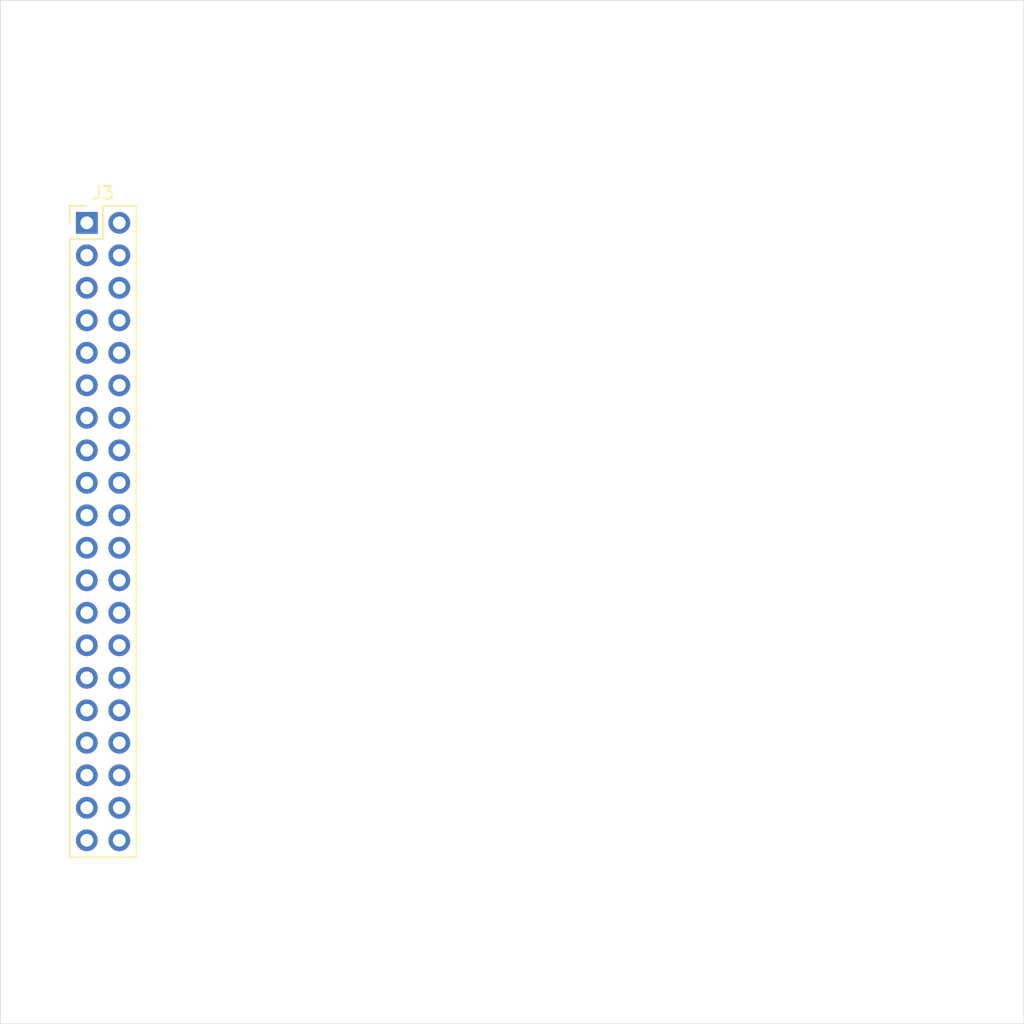
<source format=kicad_pcb>
(kicad_pcb (version 20171130) (host pcbnew "(5.1.5)-3")

  (general
    (thickness 1.6)
    (drawings 4)
    (tracks 0)
    (zones 0)
    (modules 1)
    (nets 32)
  )

  (page A4)
  (layers
    (0 F.Cu signal)
    (31 B.Cu signal)
    (32 B.Adhes user)
    (33 F.Adhes user)
    (34 B.Paste user)
    (35 F.Paste user)
    (36 B.SilkS user)
    (37 F.SilkS user)
    (38 B.Mask user)
    (39 F.Mask user)
    (40 Dwgs.User user)
    (41 Cmts.User user)
    (42 Eco1.User user)
    (43 Eco2.User user)
    (44 Edge.Cuts user)
    (45 Margin user)
    (46 B.CrtYd user)
    (47 F.CrtYd user)
    (48 B.Fab user)
    (49 F.Fab user)
  )

  (setup
    (last_trace_width 0.25)
    (trace_clearance 0.2)
    (zone_clearance 0.508)
    (zone_45_only no)
    (trace_min 0.2)
    (via_size 0.8)
    (via_drill 0.4)
    (via_min_size 0.4)
    (via_min_drill 0.3)
    (uvia_size 0.3)
    (uvia_drill 0.1)
    (uvias_allowed no)
    (uvia_min_size 0.2)
    (uvia_min_drill 0.1)
    (edge_width 0.05)
    (segment_width 0.2)
    (pcb_text_width 0.3)
    (pcb_text_size 1.5 1.5)
    (mod_edge_width 0.12)
    (mod_text_size 1 1)
    (mod_text_width 0.15)
    (pad_size 1.524 1.524)
    (pad_drill 0.762)
    (pad_to_mask_clearance 0.051)
    (solder_mask_min_width 0.25)
    (aux_axis_origin 0 0)
    (grid_origin 5 5)
    (visible_elements FFFFFF7F)
    (pcbplotparams
      (layerselection 0x010fc_ffffffff)
      (usegerberextensions false)
      (usegerberattributes false)
      (usegerberadvancedattributes false)
      (creategerberjobfile false)
      (excludeedgelayer true)
      (linewidth 0.100000)
      (plotframeref false)
      (viasonmask false)
      (mode 1)
      (useauxorigin false)
      (hpglpennumber 1)
      (hpglpenspeed 20)
      (hpglpendiameter 15.000000)
      (psnegative false)
      (psa4output false)
      (plotreference true)
      (plotvalue true)
      (plotinvisibletext false)
      (padsonsilk false)
      (subtractmaskfromsilk false)
      (outputformat 1)
      (mirror false)
      (drillshape 1)
      (scaleselection 1)
      (outputdirectory ""))
  )

  (net 0 "")
  (net 1 "Net-(J3-Pad40)")
  (net 2 GND)
  (net 3 "Net-(J3-Pad38)")
  (net 4 "Net-(J3-Pad37)")
  (net 5 "Net-(J3-Pad36)")
  (net 6 "Net-(J3-Pad35)")
  (net 7 "Net-(J3-Pad33)")
  (net 8 "Net-(J3-Pad32)")
  (net 9 "Net-(J3-Pad31)")
  (net 10 "Net-(J3-Pad29)")
  (net 11 "Net-(J3-Pad28)")
  (net 12 "Net-(J3-Pad27)")
  (net 13 "Net-(J3-Pad26)")
  (net 14 "Net-(J3-Pad24)")
  (net 15 "Net-(J3-Pad23)")
  (net 16 "Net-(J3-Pad22)")
  (net 17 "Net-(J3-Pad21)")
  (net 18 "Net-(J3-Pad19)")
  (net 19 "Net-(J1-Pad2)")
  (net 20 +3V3)
  (net 21 "Net-(J3-Pad16)")
  (net 22 "Net-(J3-Pad15)")
  (net 23 "Net-(J3-Pad13)")
  (net 24 "Net-(J3-Pad12)")
  (net 25 "Net-(J2-Pad2)")
  (net 26 "Net-(J3-Pad10)")
  (net 27 "Net-(J3-Pad8)")
  (net 28 "Net-(J3-Pad7)")
  (net 29 "Net-(J3-Pad5)")
  (net 30 +5V)
  (net 31 "Net-(J3-Pad3)")

  (net_class Default "Dies ist die voreingestellte Netzklasse."
    (clearance 0.2)
    (trace_width 0.25)
    (via_dia 0.8)
    (via_drill 0.4)
    (uvia_dia 0.3)
    (uvia_drill 0.1)
    (add_net +3V3)
    (add_net +5V)
    (add_net GND)
    (add_net "Net-(J1-Pad2)")
    (add_net "Net-(J2-Pad2)")
    (add_net "Net-(J3-Pad10)")
    (add_net "Net-(J3-Pad12)")
    (add_net "Net-(J3-Pad13)")
    (add_net "Net-(J3-Pad15)")
    (add_net "Net-(J3-Pad16)")
    (add_net "Net-(J3-Pad19)")
    (add_net "Net-(J3-Pad21)")
    (add_net "Net-(J3-Pad22)")
    (add_net "Net-(J3-Pad23)")
    (add_net "Net-(J3-Pad24)")
    (add_net "Net-(J3-Pad26)")
    (add_net "Net-(J3-Pad27)")
    (add_net "Net-(J3-Pad28)")
    (add_net "Net-(J3-Pad29)")
    (add_net "Net-(J3-Pad3)")
    (add_net "Net-(J3-Pad31)")
    (add_net "Net-(J3-Pad32)")
    (add_net "Net-(J3-Pad33)")
    (add_net "Net-(J3-Pad35)")
    (add_net "Net-(J3-Pad36)")
    (add_net "Net-(J3-Pad37)")
    (add_net "Net-(J3-Pad38)")
    (add_net "Net-(J3-Pad40)")
    (add_net "Net-(J3-Pad5)")
    (add_net "Net-(J3-Pad7)")
    (add_net "Net-(J3-Pad8)")
  )

  (module Connector_PinHeader_2.54mm:PinHeader_2x20_P2.54mm_Vertical (layer F.Cu) (tedit 59FED5CC) (tstamp 5E4F094E)
    (at 116.76 77.39)
    (descr "Through hole straight pin header, 2x20, 2.54mm pitch, double rows")
    (tags "Through hole pin header THT 2x20 2.54mm double row")
    (path /5E4EFDB4)
    (fp_text reference J3 (at 1.27 -2.33) (layer F.SilkS)
      (effects (font (size 1 1) (thickness 0.15)))
    )
    (fp_text value Raspberry_Pi_2_3 (at 1.27 50.59) (layer F.Fab)
      (effects (font (size 1 1) (thickness 0.15)))
    )
    (fp_text user %R (at 1.27 24.13 90) (layer F.Fab)
      (effects (font (size 1 1) (thickness 0.15)))
    )
    (fp_line (start 4.35 -1.8) (end -1.8 -1.8) (layer F.CrtYd) (width 0.05))
    (fp_line (start 4.35 50.05) (end 4.35 -1.8) (layer F.CrtYd) (width 0.05))
    (fp_line (start -1.8 50.05) (end 4.35 50.05) (layer F.CrtYd) (width 0.05))
    (fp_line (start -1.8 -1.8) (end -1.8 50.05) (layer F.CrtYd) (width 0.05))
    (fp_line (start -1.33 -1.33) (end 0 -1.33) (layer F.SilkS) (width 0.12))
    (fp_line (start -1.33 0) (end -1.33 -1.33) (layer F.SilkS) (width 0.12))
    (fp_line (start 1.27 -1.33) (end 3.87 -1.33) (layer F.SilkS) (width 0.12))
    (fp_line (start 1.27 1.27) (end 1.27 -1.33) (layer F.SilkS) (width 0.12))
    (fp_line (start -1.33 1.27) (end 1.27 1.27) (layer F.SilkS) (width 0.12))
    (fp_line (start 3.87 -1.33) (end 3.87 49.59) (layer F.SilkS) (width 0.12))
    (fp_line (start -1.33 1.27) (end -1.33 49.59) (layer F.SilkS) (width 0.12))
    (fp_line (start -1.33 49.59) (end 3.87 49.59) (layer F.SilkS) (width 0.12))
    (fp_line (start -1.27 0) (end 0 -1.27) (layer F.Fab) (width 0.1))
    (fp_line (start -1.27 49.53) (end -1.27 0) (layer F.Fab) (width 0.1))
    (fp_line (start 3.81 49.53) (end -1.27 49.53) (layer F.Fab) (width 0.1))
    (fp_line (start 3.81 -1.27) (end 3.81 49.53) (layer F.Fab) (width 0.1))
    (fp_line (start 0 -1.27) (end 3.81 -1.27) (layer F.Fab) (width 0.1))
    (pad 40 thru_hole oval (at 2.54 48.26) (size 1.7 1.7) (drill 1) (layers *.Cu *.Mask)
      (net 1 "Net-(J3-Pad40)"))
    (pad 39 thru_hole oval (at 0 48.26) (size 1.7 1.7) (drill 1) (layers *.Cu *.Mask)
      (net 2 GND))
    (pad 38 thru_hole oval (at 2.54 45.72) (size 1.7 1.7) (drill 1) (layers *.Cu *.Mask)
      (net 3 "Net-(J3-Pad38)"))
    (pad 37 thru_hole oval (at 0 45.72) (size 1.7 1.7) (drill 1) (layers *.Cu *.Mask)
      (net 4 "Net-(J3-Pad37)"))
    (pad 36 thru_hole oval (at 2.54 43.18) (size 1.7 1.7) (drill 1) (layers *.Cu *.Mask)
      (net 5 "Net-(J3-Pad36)"))
    (pad 35 thru_hole oval (at 0 43.18) (size 1.7 1.7) (drill 1) (layers *.Cu *.Mask)
      (net 6 "Net-(J3-Pad35)"))
    (pad 34 thru_hole oval (at 2.54 40.64) (size 1.7 1.7) (drill 1) (layers *.Cu *.Mask)
      (net 2 GND))
    (pad 33 thru_hole oval (at 0 40.64) (size 1.7 1.7) (drill 1) (layers *.Cu *.Mask)
      (net 7 "Net-(J3-Pad33)"))
    (pad 32 thru_hole oval (at 2.54 38.1) (size 1.7 1.7) (drill 1) (layers *.Cu *.Mask)
      (net 8 "Net-(J3-Pad32)"))
    (pad 31 thru_hole oval (at 0 38.1) (size 1.7 1.7) (drill 1) (layers *.Cu *.Mask)
      (net 9 "Net-(J3-Pad31)"))
    (pad 30 thru_hole oval (at 2.54 35.56) (size 1.7 1.7) (drill 1) (layers *.Cu *.Mask)
      (net 2 GND))
    (pad 29 thru_hole oval (at 0 35.56) (size 1.7 1.7) (drill 1) (layers *.Cu *.Mask)
      (net 10 "Net-(J3-Pad29)"))
    (pad 28 thru_hole oval (at 2.54 33.02) (size 1.7 1.7) (drill 1) (layers *.Cu *.Mask)
      (net 11 "Net-(J3-Pad28)"))
    (pad 27 thru_hole oval (at 0 33.02) (size 1.7 1.7) (drill 1) (layers *.Cu *.Mask)
      (net 12 "Net-(J3-Pad27)"))
    (pad 26 thru_hole oval (at 2.54 30.48) (size 1.7 1.7) (drill 1) (layers *.Cu *.Mask)
      (net 13 "Net-(J3-Pad26)"))
    (pad 25 thru_hole oval (at 0 30.48) (size 1.7 1.7) (drill 1) (layers *.Cu *.Mask)
      (net 2 GND))
    (pad 24 thru_hole oval (at 2.54 27.94) (size 1.7 1.7) (drill 1) (layers *.Cu *.Mask)
      (net 14 "Net-(J3-Pad24)"))
    (pad 23 thru_hole oval (at 0 27.94) (size 1.7 1.7) (drill 1) (layers *.Cu *.Mask)
      (net 15 "Net-(J3-Pad23)"))
    (pad 22 thru_hole oval (at 2.54 25.4) (size 1.7 1.7) (drill 1) (layers *.Cu *.Mask)
      (net 16 "Net-(J3-Pad22)"))
    (pad 21 thru_hole oval (at 0 25.4) (size 1.7 1.7) (drill 1) (layers *.Cu *.Mask)
      (net 17 "Net-(J3-Pad21)"))
    (pad 20 thru_hole oval (at 2.54 22.86) (size 1.7 1.7) (drill 1) (layers *.Cu *.Mask)
      (net 2 GND))
    (pad 19 thru_hole oval (at 0 22.86) (size 1.7 1.7) (drill 1) (layers *.Cu *.Mask)
      (net 18 "Net-(J3-Pad19)"))
    (pad 18 thru_hole oval (at 2.54 20.32) (size 1.7 1.7) (drill 1) (layers *.Cu *.Mask)
      (net 19 "Net-(J1-Pad2)"))
    (pad 17 thru_hole oval (at 0 20.32) (size 1.7 1.7) (drill 1) (layers *.Cu *.Mask)
      (net 20 +3V3))
    (pad 16 thru_hole oval (at 2.54 17.78) (size 1.7 1.7) (drill 1) (layers *.Cu *.Mask)
      (net 21 "Net-(J3-Pad16)"))
    (pad 15 thru_hole oval (at 0 17.78) (size 1.7 1.7) (drill 1) (layers *.Cu *.Mask)
      (net 22 "Net-(J3-Pad15)"))
    (pad 14 thru_hole oval (at 2.54 15.24) (size 1.7 1.7) (drill 1) (layers *.Cu *.Mask)
      (net 2 GND))
    (pad 13 thru_hole oval (at 0 15.24) (size 1.7 1.7) (drill 1) (layers *.Cu *.Mask)
      (net 23 "Net-(J3-Pad13)"))
    (pad 12 thru_hole oval (at 2.54 12.7) (size 1.7 1.7) (drill 1) (layers *.Cu *.Mask)
      (net 24 "Net-(J3-Pad12)"))
    (pad 11 thru_hole oval (at 0 12.7) (size 1.7 1.7) (drill 1) (layers *.Cu *.Mask)
      (net 25 "Net-(J2-Pad2)"))
    (pad 10 thru_hole oval (at 2.54 10.16) (size 1.7 1.7) (drill 1) (layers *.Cu *.Mask)
      (net 26 "Net-(J3-Pad10)"))
    (pad 9 thru_hole oval (at 0 10.16) (size 1.7 1.7) (drill 1) (layers *.Cu *.Mask)
      (net 2 GND))
    (pad 8 thru_hole oval (at 2.54 7.62) (size 1.7 1.7) (drill 1) (layers *.Cu *.Mask)
      (net 27 "Net-(J3-Pad8)"))
    (pad 7 thru_hole oval (at 0 7.62) (size 1.7 1.7) (drill 1) (layers *.Cu *.Mask)
      (net 28 "Net-(J3-Pad7)"))
    (pad 6 thru_hole oval (at 2.54 5.08) (size 1.7 1.7) (drill 1) (layers *.Cu *.Mask)
      (net 2 GND))
    (pad 5 thru_hole oval (at 0 5.08) (size 1.7 1.7) (drill 1) (layers *.Cu *.Mask)
      (net 29 "Net-(J3-Pad5)"))
    (pad 4 thru_hole oval (at 2.54 2.54) (size 1.7 1.7) (drill 1) (layers *.Cu *.Mask)
      (net 30 +5V))
    (pad 3 thru_hole oval (at 0 2.54) (size 1.7 1.7) (drill 1) (layers *.Cu *.Mask)
      (net 31 "Net-(J3-Pad3)"))
    (pad 2 thru_hole oval (at 2.54 0) (size 1.7 1.7) (drill 1) (layers *.Cu *.Mask)
      (net 30 +5V))
    (pad 1 thru_hole rect (at 0 0) (size 1.7 1.7) (drill 1) (layers *.Cu *.Mask)
      (net 20 +3V3))
    (model ${KISYS3DMOD}/Connector_PinHeader_2.54mm.3dshapes/PinHeader_2x20_P2.54mm_Vertical.wrl
      (at (xyz 0 0 0))
      (scale (xyz 1 1 1))
      (rotate (xyz 0 0 0))
    )
  )

  (gr_line (start 110 140) (end 110 60) (layer Edge.Cuts) (width 0.05) (tstamp 5E4F098F))
  (gr_line (start 190 140) (end 110 140) (layer Edge.Cuts) (width 0.05))
  (gr_line (start 190 60) (end 190 140) (layer Edge.Cuts) (width 0.05))
  (gr_line (start 110 60) (end 190 60) (layer Edge.Cuts) (width 0.05))

)

</source>
